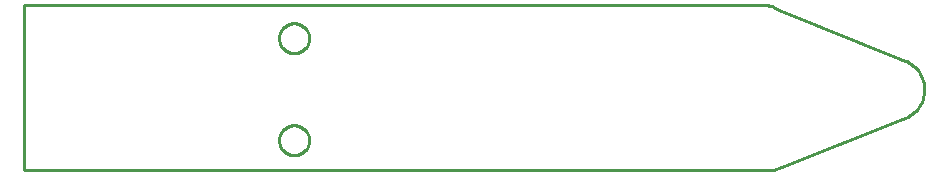
<source format=gbr>
G04 EAGLE Gerber RS-274X export*
G75*
%MOMM*%
%FSLAX34Y34*%
%LPD*%
%IN*%
%IPPOS*%
%AMOC8*
5,1,8,0,0,1.08239X$1,22.5*%
G01*
%ADD10C,0.254000*%


D10*
X0Y0D02*
X630108Y0D01*
X632322Y97D01*
X634519Y386D01*
X636682Y865D01*
X638796Y1532D01*
X639542Y1817D01*
X746033Y44413D01*
X748053Y45325D01*
X749985Y46410D01*
X751816Y47658D01*
X753530Y49062D01*
X755116Y50610D01*
X756561Y52290D01*
X757854Y54089D01*
X758985Y55994D01*
X759946Y57991D01*
X760729Y60064D01*
X761329Y62197D01*
X761740Y64374D01*
X761960Y66579D01*
X762000Y67997D01*
X762000Y69163D01*
X761903Y71377D01*
X761614Y73574D01*
X761135Y75737D01*
X760468Y77851D01*
X759620Y79898D01*
X758597Y81863D01*
X757406Y83732D01*
X756058Y85490D01*
X754561Y87124D01*
X752927Y88621D01*
X751169Y89970D01*
X749300Y91160D01*
X747335Y92184D01*
X746033Y92747D01*
X639542Y135343D01*
X637536Y136655D01*
X635424Y137788D01*
X633220Y138731D01*
X630944Y139480D01*
X630108Y139700D01*
X0Y139700D01*
X0Y0D01*
X241300Y111261D02*
X241222Y110266D01*
X241066Y109280D01*
X240833Y108310D01*
X240524Y107361D01*
X240142Y106439D01*
X239689Y105550D01*
X239168Y104699D01*
X238581Y103891D01*
X237933Y103133D01*
X237227Y102427D01*
X236469Y101779D01*
X235661Y101192D01*
X234810Y100671D01*
X233921Y100218D01*
X232999Y99836D01*
X232050Y99527D01*
X231080Y99294D01*
X230094Y99138D01*
X229099Y99060D01*
X228101Y99060D01*
X227106Y99138D01*
X226120Y99294D01*
X225150Y99527D01*
X224201Y99836D01*
X223279Y100218D01*
X222390Y100671D01*
X221539Y101192D01*
X220731Y101779D01*
X219973Y102427D01*
X219267Y103133D01*
X218619Y103891D01*
X218032Y104699D01*
X217511Y105550D01*
X217058Y106439D01*
X216676Y107361D01*
X216367Y108310D01*
X216134Y109280D01*
X215978Y110266D01*
X215900Y111261D01*
X215900Y112259D01*
X215978Y113254D01*
X216134Y114240D01*
X216367Y115210D01*
X216676Y116159D01*
X217058Y117081D01*
X217511Y117970D01*
X218032Y118821D01*
X218619Y119629D01*
X219267Y120387D01*
X219973Y121093D01*
X220731Y121741D01*
X221539Y122328D01*
X222390Y122849D01*
X223279Y123302D01*
X224201Y123684D01*
X225150Y123993D01*
X226120Y124226D01*
X227106Y124382D01*
X228101Y124460D01*
X229099Y124460D01*
X230094Y124382D01*
X231080Y124226D01*
X232050Y123993D01*
X232999Y123684D01*
X233921Y123302D01*
X234810Y122849D01*
X235661Y122328D01*
X236469Y121741D01*
X237227Y121093D01*
X237933Y120387D01*
X238581Y119629D01*
X239168Y118821D01*
X239689Y117970D01*
X240142Y117081D01*
X240524Y116159D01*
X240833Y115210D01*
X241066Y114240D01*
X241222Y113254D01*
X241300Y112259D01*
X241300Y111261D01*
X241300Y24901D02*
X241222Y23906D01*
X241066Y22920D01*
X240833Y21950D01*
X240524Y21001D01*
X240142Y20079D01*
X239689Y19190D01*
X239168Y18339D01*
X238581Y17531D01*
X237933Y16773D01*
X237227Y16067D01*
X236469Y15419D01*
X235661Y14832D01*
X234810Y14311D01*
X233921Y13858D01*
X232999Y13476D01*
X232050Y13167D01*
X231080Y12934D01*
X230094Y12778D01*
X229099Y12700D01*
X228101Y12700D01*
X227106Y12778D01*
X226120Y12934D01*
X225150Y13167D01*
X224201Y13476D01*
X223279Y13858D01*
X222390Y14311D01*
X221539Y14832D01*
X220731Y15419D01*
X219973Y16067D01*
X219267Y16773D01*
X218619Y17531D01*
X218032Y18339D01*
X217511Y19190D01*
X217058Y20079D01*
X216676Y21001D01*
X216367Y21950D01*
X216134Y22920D01*
X215978Y23906D01*
X215900Y24901D01*
X215900Y25899D01*
X215978Y26894D01*
X216134Y27880D01*
X216367Y28850D01*
X216676Y29799D01*
X217058Y30721D01*
X217511Y31610D01*
X218032Y32461D01*
X218619Y33269D01*
X219267Y34027D01*
X219973Y34733D01*
X220731Y35381D01*
X221539Y35968D01*
X222390Y36489D01*
X223279Y36942D01*
X224201Y37324D01*
X225150Y37633D01*
X226120Y37866D01*
X227106Y38022D01*
X228101Y38100D01*
X229099Y38100D01*
X230094Y38022D01*
X231080Y37866D01*
X232050Y37633D01*
X232999Y37324D01*
X233921Y36942D01*
X234810Y36489D01*
X235661Y35968D01*
X236469Y35381D01*
X237227Y34733D01*
X237933Y34027D01*
X238581Y33269D01*
X239168Y32461D01*
X239689Y31610D01*
X240142Y30721D01*
X240524Y29799D01*
X240833Y28850D01*
X241066Y27880D01*
X241222Y26894D01*
X241300Y25899D01*
X241300Y24901D01*
M02*

</source>
